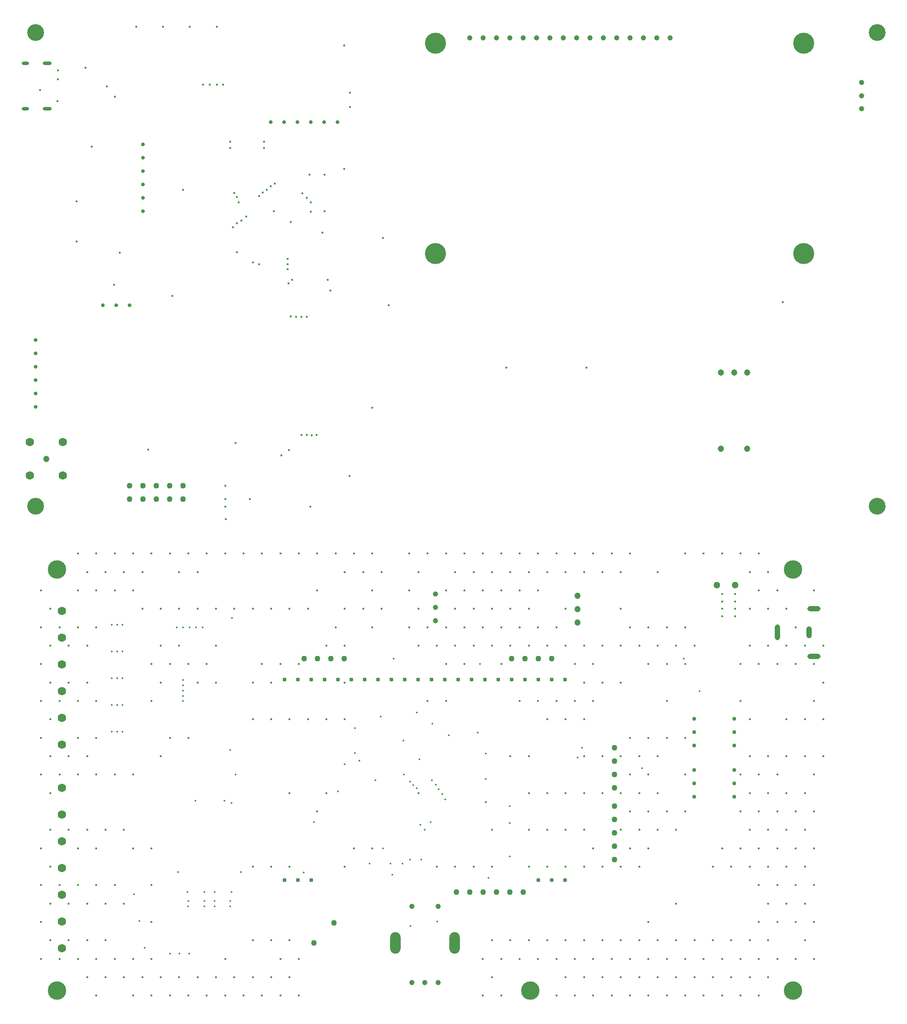
<source format=gbr>
%TF.GenerationSoftware,Altium Limited,Altium Designer,22.5.1 (42)*%
G04 Layer_Color=0*
%FSLAX43Y43*%
%MOMM*%
%TF.SameCoordinates,1CDD9A58-554C-4E31-8E55-BAED9532D10C*%
%TF.FilePolarity,Positive*%
%TF.FileFunction,Plated,1,2,PTH,Drill*%
%TF.Part,CustomerPanel*%
G01*
G75*
%TA.AperFunction,ComponentDrill*%
%ADD127C,0.700*%
%ADD128C,1.000*%
%ADD129C,4.000*%
%ADD130C,1.100*%
%ADD131C,1.200*%
%ADD132C,1.000*%
%ADD133C,0.700*%
%ADD134C,1.600*%
%ADD135O,1.700X0.600*%
%ADD136O,1.400X0.600*%
%TA.AperFunction,ViaDrill,NotFilled*%
%ADD137C,0.400*%
%ADD138C,3.200*%
%TA.AperFunction,ComponentDrill*%
%ADD139O,2.000X4.100*%
%ADD140C,0.780*%
%ADD141C,0.750*%
%ADD142O,2.500X1.000*%
%ADD143O,1.000X3.000*%
%ADD144O,1.000X2.300*%
%ADD145C,1.600*%
%TA.AperFunction,OtherDrill,Free Pad (106mm,12mm)*%
%ADD146C,3.500*%
%TA.AperFunction,OtherDrill,Free Pad (16mm,92mm)*%
%ADD147C,3.500*%
%TA.AperFunction,ComponentDrill*%
%ADD148C,1.300*%
%TA.AperFunction,OtherDrill,Free Pad (156mm,92mm)*%
%ADD149C,3.500*%
%TA.AperFunction,OtherDrill,Free Pad (16mm,12mm)*%
%ADD150C,3.500*%
%TA.AperFunction,OtherDrill,Free Pad (156mm,12mm)*%
%ADD151C,3.500*%
%TA.AperFunction,ComponentDrill*%
%ADD152C,1.100*%
%TA.AperFunction,ViaDrill,NotFilled*%
%ADD153C,0.350*%
D127*
X24780Y142180D02*
D03*
X27320D02*
D03*
X29860D02*
D03*
X69350Y177000D02*
D03*
X66810D02*
D03*
X64270D02*
D03*
X61730D02*
D03*
X59190D02*
D03*
X56650D02*
D03*
D128*
X94520Y193000D02*
D03*
X97060D02*
D03*
X99600D02*
D03*
X102140D02*
D03*
X104680D02*
D03*
X107220D02*
D03*
X109760D02*
D03*
X112300D02*
D03*
X114840D02*
D03*
X117380D02*
D03*
X119920D02*
D03*
X122460D02*
D03*
X125000D02*
D03*
X127540D02*
D03*
X130080D02*
D03*
X132620D02*
D03*
X83500Y13500D02*
D03*
X86000D02*
D03*
X88500D02*
D03*
X83500Y28000D02*
D03*
X88500D02*
D03*
D129*
X88020Y192000D02*
D03*
Y152000D02*
D03*
X158020D02*
D03*
Y192000D02*
D03*
D130*
X40020Y107890D02*
D03*
Y105350D02*
D03*
X37480Y107890D02*
D03*
Y105350D02*
D03*
X34940D02*
D03*
Y107890D02*
D03*
X32400Y105350D02*
D03*
Y107890D02*
D03*
X29860Y105350D02*
D03*
Y107890D02*
D03*
X68080Y75000D02*
D03*
X70620D02*
D03*
X65540D02*
D03*
X63000D02*
D03*
X107590D02*
D03*
X110130D02*
D03*
X105050D02*
D03*
X102510D02*
D03*
X64900Y21000D02*
D03*
X68710Y24810D02*
D03*
X92000Y30700D02*
D03*
X94540D02*
D03*
X99620D02*
D03*
X104700D02*
D03*
X102160D02*
D03*
X97080D02*
D03*
D131*
X147290Y114920D02*
D03*
X142290D02*
D03*
X147290Y129420D02*
D03*
X144790D02*
D03*
X142290D02*
D03*
X14000Y113000D02*
D03*
X115000Y81920D02*
D03*
Y84460D02*
D03*
Y87000D02*
D03*
D132*
X169000Y184500D02*
D03*
Y182000D02*
D03*
Y179500D02*
D03*
X88000Y87300D02*
D03*
Y84760D02*
D03*
Y82220D02*
D03*
D133*
X12000Y135620D02*
D03*
Y133080D02*
D03*
Y130540D02*
D03*
Y128000D02*
D03*
Y125460D02*
D03*
Y122920D02*
D03*
X32400Y160060D02*
D03*
Y162600D02*
D03*
Y165140D02*
D03*
Y167680D02*
D03*
Y170220D02*
D03*
Y172760D02*
D03*
D134*
X10850Y116150D02*
D03*
Y109850D02*
D03*
X17150D02*
D03*
Y116150D02*
D03*
D135*
X14180Y179545D02*
D03*
Y188185D02*
D03*
D136*
X10000Y179545D02*
D03*
Y188185D02*
D03*
D137*
X154000Y142750D02*
D03*
X64270Y159945D02*
D03*
X66900Y160050D02*
D03*
X19717Y154320D02*
D03*
X19781Y161940D02*
D03*
X16090Y181000D02*
D03*
X51103Y158290D02*
D03*
X71770Y182540D02*
D03*
X65420Y117527D02*
D03*
X64461Y117491D02*
D03*
X54433Y162927D02*
D03*
X68000Y145000D02*
D03*
X62500Y139999D02*
D03*
X63500Y140016D02*
D03*
X60059Y146295D02*
D03*
X60500Y158000D02*
D03*
X57250Y160060D02*
D03*
X52000Y159000D02*
D03*
X50273Y157754D02*
D03*
X49500Y157000D02*
D03*
X50600Y161778D02*
D03*
X50273Y162747D02*
D03*
X49721Y163532D02*
D03*
X55141Y163575D02*
D03*
X56650Y164763D02*
D03*
X57446Y165300D02*
D03*
X55919Y164138D02*
D03*
X27000Y181801D02*
D03*
X25479Y183767D02*
D03*
X49000Y172100D02*
D03*
X49000Y173231D02*
D03*
X55395Y172100D02*
D03*
Y173231D02*
D03*
X71770Y179889D02*
D03*
X64270Y161778D02*
D03*
X63500Y162600D02*
D03*
X62654Y163420D02*
D03*
X60170Y114670D02*
D03*
X76000Y122670D02*
D03*
X71670Y109760D02*
D03*
X64170Y103920D02*
D03*
X50273Y152285D02*
D03*
X54473Y150000D02*
D03*
X64000Y167000D02*
D03*
X78000Y155000D02*
D03*
X52720Y105350D02*
D03*
X47995Y107895D02*
D03*
X70630Y191580D02*
D03*
X58670Y113670D02*
D03*
X50000Y116019D02*
D03*
X40000Y164094D02*
D03*
X59871Y149000D02*
D03*
X66500Y156000D02*
D03*
X59871Y150000D02*
D03*
Y151000D02*
D03*
X46408Y195102D02*
D03*
X67506Y147008D02*
D03*
X60739Y147000D02*
D03*
X53250Y150331D02*
D03*
X28000Y152152D02*
D03*
X26890Y146110D02*
D03*
X38000Y144000D02*
D03*
X60506Y140061D02*
D03*
X43830Y184130D02*
D03*
X45100D02*
D03*
X12842Y183091D02*
D03*
X16205Y186818D02*
D03*
X16199Y185091D02*
D03*
X21437Y187326D02*
D03*
X22600Y172340D02*
D03*
X48030Y105350D02*
D03*
Y103920D02*
D03*
X48120Y101540D02*
D03*
X36210Y195102D02*
D03*
X61515Y139999D02*
D03*
X70630Y168088D02*
D03*
X46408Y184130D02*
D03*
X31130Y195102D02*
D03*
X41290D02*
D03*
X47640Y184130D02*
D03*
X101488Y130310D02*
D03*
X116728D02*
D03*
X62500Y117527D02*
D03*
X66900Y167000D02*
D03*
X63500Y117527D02*
D03*
X79136Y142180D02*
D03*
X33416Y114748D02*
D03*
X144974Y85920D02*
D03*
Y87340D02*
D03*
Y84501D02*
D03*
Y83081D02*
D03*
X142500D02*
D03*
Y84501D02*
D03*
Y87340D02*
D03*
Y85920D02*
D03*
X97600Y47761D02*
D03*
X149500Y95000D02*
D03*
X151250Y91500D02*
D03*
X146000Y95000D02*
D03*
X147750Y91500D02*
D03*
X142500Y95000D02*
D03*
X139000D02*
D03*
X135500D02*
D03*
Y81000D02*
D03*
X137250Y77500D02*
D03*
X135500Y74000D02*
D03*
Y60000D02*
D03*
Y53000D02*
D03*
Y46000D02*
D03*
X132000Y81000D02*
D03*
X133750Y77500D02*
D03*
X132000Y74000D02*
D03*
Y67000D02*
D03*
Y60000D02*
D03*
Y46000D02*
D03*
X133750Y42500D02*
D03*
X130250Y91500D02*
D03*
X128500Y81000D02*
D03*
X130250Y77500D02*
D03*
X128500Y74000D02*
D03*
Y60000D02*
D03*
X130250Y56500D02*
D03*
X128500Y53000D02*
D03*
X130250Y49500D02*
D03*
X128500Y46000D02*
D03*
X130250Y42500D02*
D03*
X128500Y39000D02*
D03*
X125000Y95000D02*
D03*
Y81000D02*
D03*
X126750Y77500D02*
D03*
X125000Y60000D02*
D03*
X126750Y56500D02*
D03*
X125000Y53000D02*
D03*
X126750Y49500D02*
D03*
X125000Y46000D02*
D03*
X126750Y42500D02*
D03*
X125000Y39000D02*
D03*
X126750Y35500D02*
D03*
X121500Y95000D02*
D03*
X123250Y91500D02*
D03*
Y84500D02*
D03*
Y77500D02*
D03*
Y70500D02*
D03*
Y56500D02*
D03*
Y49500D02*
D03*
Y42500D02*
D03*
Y35500D02*
D03*
X118000Y95000D02*
D03*
X119750Y91500D02*
D03*
Y77500D02*
D03*
X118000Y74000D02*
D03*
X119750Y70500D02*
D03*
X118000Y67000D02*
D03*
X119750Y56500D02*
D03*
Y49500D02*
D03*
X118000Y39000D02*
D03*
X119750Y35500D02*
D03*
X114500Y95000D02*
D03*
X116250Y91500D02*
D03*
Y77500D02*
D03*
X114500Y74000D02*
D03*
X116250Y70500D02*
D03*
X114500Y67000D02*
D03*
X116250Y63500D02*
D03*
Y56500D02*
D03*
Y49500D02*
D03*
Y42500D02*
D03*
Y35500D02*
D03*
X111000Y95000D02*
D03*
X112750Y91500D02*
D03*
Y84500D02*
D03*
X111000Y81000D02*
D03*
X112750Y77500D02*
D03*
X111000Y67000D02*
D03*
X112750Y63500D02*
D03*
Y49500D02*
D03*
Y42500D02*
D03*
Y35500D02*
D03*
X107500Y95000D02*
D03*
X109250Y91500D02*
D03*
X107500Y88000D02*
D03*
Y81000D02*
D03*
X109250Y77500D02*
D03*
X107500Y67000D02*
D03*
X109250Y63500D02*
D03*
Y49500D02*
D03*
Y42500D02*
D03*
Y35500D02*
D03*
X104000Y95000D02*
D03*
X105750Y91500D02*
D03*
X104000Y88000D02*
D03*
X105750Y84500D02*
D03*
X104000Y81000D02*
D03*
X105750Y77500D02*
D03*
X104000Y67000D02*
D03*
X105750Y56500D02*
D03*
Y49500D02*
D03*
Y42500D02*
D03*
Y35500D02*
D03*
X100500Y95000D02*
D03*
X102250Y91500D02*
D03*
X100500Y88000D02*
D03*
X102250Y84500D02*
D03*
X100500Y81000D02*
D03*
X102250Y77500D02*
D03*
X100500Y74000D02*
D03*
X102250Y56500D02*
D03*
X97000Y95000D02*
D03*
X98750Y91500D02*
D03*
X97000Y88000D02*
D03*
X98750Y84500D02*
D03*
X97000Y81000D02*
D03*
X98750Y77500D02*
D03*
Y42500D02*
D03*
Y35500D02*
D03*
X93500Y95000D02*
D03*
X95250Y91500D02*
D03*
X93500Y88000D02*
D03*
X95250Y84500D02*
D03*
X93500Y81000D02*
D03*
X95250Y77500D02*
D03*
X93500Y74000D02*
D03*
X95250Y35500D02*
D03*
X90000Y95000D02*
D03*
X91750Y91500D02*
D03*
X90000Y88000D02*
D03*
X91750Y84500D02*
D03*
X90000Y81000D02*
D03*
X91750Y77500D02*
D03*
X90000Y74000D02*
D03*
Y67000D02*
D03*
X91750Y35500D02*
D03*
X86500Y95000D02*
D03*
Y81000D02*
D03*
X88250Y77500D02*
D03*
X86500Y67000D02*
D03*
X88250Y35500D02*
D03*
X83000Y95000D02*
D03*
X84750Y91500D02*
D03*
X83000Y88000D02*
D03*
X84750Y84500D02*
D03*
X83000Y81000D02*
D03*
X84750Y77500D02*
D03*
Y49500D02*
D03*
X76000Y95000D02*
D03*
X77750Y91500D02*
D03*
X76000Y88000D02*
D03*
X77750Y84500D02*
D03*
X76000Y81000D02*
D03*
Y39000D02*
D03*
X72500Y95000D02*
D03*
X74250Y91500D02*
D03*
Y84500D02*
D03*
X72500Y39000D02*
D03*
X69000Y95000D02*
D03*
X70750Y91500D02*
D03*
Y84500D02*
D03*
X69000Y81000D02*
D03*
X70750Y77500D02*
D03*
Y70500D02*
D03*
Y63500D02*
D03*
Y35500D02*
D03*
X65500Y95000D02*
D03*
Y88000D02*
D03*
X67250Y77500D02*
D03*
Y63500D02*
D03*
Y49500D02*
D03*
X65500Y46000D02*
D03*
X62000Y95000D02*
D03*
X63750Y84500D02*
D03*
X62000Y74000D02*
D03*
X63750Y63500D02*
D03*
X58500Y95000D02*
D03*
X60250Y84500D02*
D03*
X58500Y74000D02*
D03*
X60250Y63500D02*
D03*
Y49500D02*
D03*
X55000Y95000D02*
D03*
X56750Y84500D02*
D03*
X55000Y74000D02*
D03*
X56750Y70500D02*
D03*
Y63500D02*
D03*
X51500Y95000D02*
D03*
X53250Y84500D02*
D03*
Y70500D02*
D03*
Y63500D02*
D03*
X48000Y95000D02*
D03*
X49750Y84500D02*
D03*
X44500Y95000D02*
D03*
X46250Y84500D02*
D03*
Y77500D02*
D03*
X44500Y74000D02*
D03*
X46250Y70500D02*
D03*
X41000Y95000D02*
D03*
X42750Y91500D02*
D03*
Y84500D02*
D03*
X41000Y74000D02*
D03*
X42750Y70500D02*
D03*
X41000Y60000D02*
D03*
X37500Y95000D02*
D03*
X39250Y91500D02*
D03*
Y84500D02*
D03*
Y77500D02*
D03*
X37500Y74000D02*
D03*
Y60000D02*
D03*
X34000Y95000D02*
D03*
X35750Y84500D02*
D03*
Y77500D02*
D03*
X34000Y74000D02*
D03*
X35750Y70500D02*
D03*
X34000Y67000D02*
D03*
X35750Y56500D02*
D03*
X30500Y95000D02*
D03*
X32250Y91500D02*
D03*
X30500Y88000D02*
D03*
X32250Y84500D02*
D03*
X30500Y53000D02*
D03*
X27000Y95000D02*
D03*
X28750Y91500D02*
D03*
X27000Y88000D02*
D03*
Y53000D02*
D03*
X23500Y95000D02*
D03*
X25250Y91500D02*
D03*
X23500Y88000D02*
D03*
Y81000D02*
D03*
Y67000D02*
D03*
Y60000D02*
D03*
Y53000D02*
D03*
X20000Y95000D02*
D03*
X21750Y91500D02*
D03*
X20000Y88000D02*
D03*
Y81000D02*
D03*
X21750Y77500D02*
D03*
Y70500D02*
D03*
X20000Y67000D02*
D03*
Y60000D02*
D03*
X21750Y56500D02*
D03*
X20000Y53000D02*
D03*
X16500Y81000D02*
D03*
X18250Y77500D02*
D03*
Y70500D02*
D03*
X16500Y67000D02*
D03*
X18250Y56500D02*
D03*
X16500Y53000D02*
D03*
X13000Y88000D02*
D03*
X14750Y84500D02*
D03*
X13000Y81000D02*
D03*
X14750Y77500D02*
D03*
X13000Y74000D02*
D03*
X14750Y70500D02*
D03*
X13000Y67000D02*
D03*
X14750Y63500D02*
D03*
X13000Y60000D02*
D03*
X14750Y56500D02*
D03*
X13000Y53000D02*
D03*
X14750Y49500D02*
D03*
X46250Y14500D02*
D03*
X147750Y77500D02*
D03*
X48000Y18000D02*
D03*
X37500Y11000D02*
D03*
X151250Y42500D02*
D03*
X21750Y28500D02*
D03*
X133750Y21500D02*
D03*
X25250Y14500D02*
D03*
X58500Y18000D02*
D03*
X34000D02*
D03*
X39250Y14500D02*
D03*
X56750Y21500D02*
D03*
Y35500D02*
D03*
X146000Y11000D02*
D03*
X151250Y21500D02*
D03*
X100500Y11000D02*
D03*
X51500D02*
D03*
X30500Y39000D02*
D03*
X105750Y21500D02*
D03*
X154750Y28500D02*
D03*
X25250D02*
D03*
X23500Y32000D02*
D03*
X126750Y14500D02*
D03*
X149500Y11000D02*
D03*
X147750Y56500D02*
D03*
X18250Y42500D02*
D03*
X154750D02*
D03*
X160000Y67000D02*
D03*
X100500Y18000D02*
D03*
X160000Y88000D02*
D03*
X149500Y25000D02*
D03*
X151250Y84500D02*
D03*
X14750Y28500D02*
D03*
X133750D02*
D03*
X140750Y35500D02*
D03*
X62000Y11000D02*
D03*
X21750Y42500D02*
D03*
X156500Y25000D02*
D03*
X20000Y32000D02*
D03*
X149500Y88000D02*
D03*
X151250Y56500D02*
D03*
X62000Y18000D02*
D03*
X126750Y21500D02*
D03*
X23500Y39000D02*
D03*
Y18000D02*
D03*
X161750Y70500D02*
D03*
X25250Y42500D02*
D03*
X149500Y53000D02*
D03*
X153000Y18000D02*
D03*
X114500Y11000D02*
D03*
X130250Y14500D02*
D03*
X20000Y39000D02*
D03*
X147750Y35500D02*
D03*
X149500Y39000D02*
D03*
X160000Y53000D02*
D03*
X28750Y28500D02*
D03*
X158250Y56500D02*
D03*
X161750Y63500D02*
D03*
X151250Y14500D02*
D03*
X53250D02*
D03*
X97000Y11000D02*
D03*
X14750Y21500D02*
D03*
X156500Y46000D02*
D03*
X21750Y21500D02*
D03*
X123250D02*
D03*
X114500Y18000D02*
D03*
X30500D02*
D03*
X149500Y32000D02*
D03*
X139000Y18000D02*
D03*
X18250Y21500D02*
D03*
X130250D02*
D03*
X125000Y18000D02*
D03*
X137250Y14500D02*
D03*
X32250D02*
D03*
X146000Y67000D02*
D03*
X112750Y21500D02*
D03*
X146000Y53000D02*
D03*
X21750Y14500D02*
D03*
X161750Y56500D02*
D03*
X98750Y14500D02*
D03*
X97000Y18000D02*
D03*
X149500Y46000D02*
D03*
X161750Y77500D02*
D03*
X160000Y18000D02*
D03*
X60250Y14500D02*
D03*
X149500Y18000D02*
D03*
X151250Y35500D02*
D03*
X34000Y39000D02*
D03*
X119750Y14500D02*
D03*
X56750D02*
D03*
X44500Y11000D02*
D03*
X112750Y14500D02*
D03*
X18250Y28500D02*
D03*
X53250Y21500D02*
D03*
X151250Y28500D02*
D03*
X128500Y11000D02*
D03*
X146000Y46000D02*
D03*
X35750Y14500D02*
D03*
X147750Y63500D02*
D03*
X156500Y18000D02*
D03*
X133750Y14500D02*
D03*
X121500Y11000D02*
D03*
X16500Y32000D02*
D03*
X146000Y39000D02*
D03*
X20000Y18000D02*
D03*
X53250Y35500D02*
D03*
X27000Y18000D02*
D03*
X158250Y77500D02*
D03*
X154750Y49500D02*
D03*
X13000Y25000D02*
D03*
X135500Y11000D02*
D03*
X28750Y14500D02*
D03*
X153000Y39000D02*
D03*
Y53000D02*
D03*
X158250Y42500D02*
D03*
Y28500D02*
D03*
X160000Y46000D02*
D03*
X156500Y32000D02*
D03*
X14750Y35500D02*
D03*
X154750Y84500D02*
D03*
X34000Y25000D02*
D03*
X116250Y21500D02*
D03*
X147750Y49500D02*
D03*
X146000Y74000D02*
D03*
X160000Y25000D02*
D03*
X153000Y88000D02*
D03*
X118000Y18000D02*
D03*
X104000D02*
D03*
X111000D02*
D03*
X135500D02*
D03*
X121500D02*
D03*
X146000D02*
D03*
X144250Y14500D02*
D03*
X132000Y18000D02*
D03*
X153000Y46000D02*
D03*
X142500Y39000D02*
D03*
X158250Y63500D02*
D03*
X153000Y25000D02*
D03*
X154750Y77500D02*
D03*
X48000Y11000D02*
D03*
X34000D02*
D03*
X144250Y21500D02*
D03*
X119750D02*
D03*
X128500Y18000D02*
D03*
X23500Y11000D02*
D03*
X116250Y14500D02*
D03*
X156500Y74000D02*
D03*
X14750Y42500D02*
D03*
X30500Y11000D02*
D03*
X49750Y14500D02*
D03*
X25250Y21500D02*
D03*
X160000Y32000D02*
D03*
X153000D02*
D03*
X142500Y18000D02*
D03*
X102250Y21500D02*
D03*
X151250Y77500D02*
D03*
X144250Y35500D02*
D03*
X55000Y11000D02*
D03*
X98750Y21500D02*
D03*
X160000Y39000D02*
D03*
X42750Y14500D02*
D03*
X142500Y11000D02*
D03*
X158250Y35500D02*
D03*
X118000Y11000D02*
D03*
X158250Y21500D02*
D03*
X156500Y81000D02*
D03*
X58500Y11000D02*
D03*
X41000D02*
D03*
X147750Y84500D02*
D03*
X123250Y14500D02*
D03*
X151250Y49500D02*
D03*
X111000Y11000D02*
D03*
X13000Y32000D02*
D03*
X137250Y21500D02*
D03*
X154750Y56500D02*
D03*
X158250Y49500D02*
D03*
X27000Y32000D02*
D03*
X147750Y14500D02*
D03*
X60250Y35500D02*
D03*
X107500Y18000D02*
D03*
X34000Y32000D02*
D03*
X13000Y39000D02*
D03*
X140750Y14500D02*
D03*
X139000Y11000D02*
D03*
X16500Y18000D02*
D03*
X147750Y21500D02*
D03*
X109250D02*
D03*
X128500Y25000D02*
D03*
X13000Y18000D02*
D03*
X154750Y35500D02*
D03*
X153000Y74000D02*
D03*
X140750Y21500D02*
D03*
X154750Y63500D02*
D03*
X132000Y11000D02*
D03*
X147750Y42500D02*
D03*
X156500Y39000D02*
D03*
X28750Y42500D02*
D03*
X125000Y11000D02*
D03*
X149500Y74000D02*
D03*
X160000D02*
D03*
X60250Y21500D02*
D03*
D138*
X172000Y104000D02*
D03*
X12000D02*
D03*
Y194000D02*
D03*
X172000D02*
D03*
D139*
X80400Y21000D02*
D03*
X91600D02*
D03*
D140*
X59330Y32950D02*
D03*
X64410D02*
D03*
X61870D02*
D03*
X72030Y71050D02*
D03*
X82190D02*
D03*
X79650D02*
D03*
X77110D02*
D03*
X74570D02*
D03*
X69490D02*
D03*
X66950D02*
D03*
X64410D02*
D03*
X61870D02*
D03*
X59330D02*
D03*
X112670Y32950D02*
D03*
X110130D02*
D03*
X107590D02*
D03*
X84730Y71050D02*
D03*
X112670D02*
D03*
X99970D02*
D03*
X94890D02*
D03*
X92350D02*
D03*
X89810D02*
D03*
X87270D02*
D03*
X102510D02*
D03*
X105050D02*
D03*
X107590D02*
D03*
X97430D02*
D03*
X110130D02*
D03*
D141*
X137190Y63640D02*
D03*
Y61100D02*
D03*
Y58560D02*
D03*
X144810D02*
D03*
Y61100D02*
D03*
Y63640D02*
D03*
X137190Y53840D02*
D03*
Y51300D02*
D03*
Y48760D02*
D03*
X144810D02*
D03*
Y51300D02*
D03*
Y53840D02*
D03*
D142*
X160000Y75500D02*
D03*
Y84500D02*
D03*
D143*
X153000Y80000D02*
D03*
D144*
X159000D02*
D03*
D145*
X17000Y20000D02*
D03*
Y25080D02*
D03*
Y35240D02*
D03*
Y45400D02*
D03*
Y50480D02*
D03*
Y40320D02*
D03*
Y30160D02*
D03*
X17000Y58700D02*
D03*
Y63780D02*
D03*
Y73940D02*
D03*
Y84100D02*
D03*
Y79020D02*
D03*
Y68860D02*
D03*
D146*
X106000Y12000D02*
D03*
D147*
X16000Y92000D02*
D03*
D148*
X141500Y89000D02*
D03*
X145000D02*
D03*
D149*
X156000Y92000D02*
D03*
D150*
X16000Y12000D02*
D03*
D151*
X156000D02*
D03*
D152*
X122000Y41920D02*
D03*
Y36840D02*
D03*
Y39380D02*
D03*
Y44460D02*
D03*
Y47000D02*
D03*
Y58120D02*
D03*
Y55580D02*
D03*
Y50500D02*
D03*
Y53040D02*
D03*
D153*
X49000Y28000D02*
D03*
X46000D02*
D03*
X44050D02*
D03*
X40952D02*
D03*
X84916Y55911D02*
D03*
X69490Y49800D02*
D03*
X70748Y55000D02*
D03*
X102160Y47000D02*
D03*
Y43824D02*
D03*
Y37450D02*
D03*
X79800Y34000D02*
D03*
X79485Y36100D02*
D03*
X78000Y39000D02*
D03*
X81700Y36100D02*
D03*
X75500D02*
D03*
X87034Y44000D02*
D03*
X72700Y61800D02*
D03*
X77600Y64000D02*
D03*
X84469Y64800D02*
D03*
X97600Y52213D02*
D03*
X89839Y48322D02*
D03*
X83153Y51654D02*
D03*
X81953Y53010D02*
D03*
X83245Y24282D02*
D03*
X38795Y80967D02*
D03*
X40021D02*
D03*
X41248D02*
D03*
X42474D02*
D03*
X43700D02*
D03*
X26419Y81500D02*
D03*
X27444D02*
D03*
X28469D02*
D03*
X26419Y76420D02*
D03*
X27444D02*
D03*
X28469D02*
D03*
X26419Y71340D02*
D03*
X27444D02*
D03*
X28469D02*
D03*
X26419Y66260D02*
D03*
X27444D02*
D03*
X28469D02*
D03*
Y61180D02*
D03*
X27444D02*
D03*
X26419D02*
D03*
X138190Y68895D02*
D03*
X88373Y25127D02*
D03*
X98100Y33388D02*
D03*
X62895Y34386D02*
D03*
X80000Y75000D02*
D03*
X83153Y36840D02*
D03*
X85260D02*
D03*
X37498Y19000D02*
D03*
X39349D02*
D03*
X41200D02*
D03*
X49000Y57682D02*
D03*
X76607Y51913D02*
D03*
X84469Y50426D02*
D03*
X83783Y51010D02*
D03*
X72700Y57100D02*
D03*
X73500Y55694D02*
D03*
X135250Y75000D02*
D03*
X87381Y62668D02*
D03*
X87299Y51962D02*
D03*
X88043Y51078D02*
D03*
X96470Y73984D02*
D03*
X40800Y30700D02*
D03*
X44050D02*
D03*
X46000D02*
D03*
X49250D02*
D03*
X89263Y49335D02*
D03*
X88626Y50201D02*
D03*
X39098Y34491D02*
D03*
X31700Y25200D02*
D03*
X32700Y20120D02*
D03*
X51000Y34491D02*
D03*
X49000Y29000D02*
D03*
X46000D02*
D03*
X44050D02*
D03*
X41000D02*
D03*
X115000Y56246D02*
D03*
X42400Y48000D02*
D03*
X39960Y66961D02*
D03*
Y67959D02*
D03*
Y68946D02*
D03*
Y69948D02*
D03*
Y70949D02*
D03*
X96000Y61000D02*
D03*
X97600Y57000D02*
D03*
X49300Y82749D02*
D03*
X90500Y60500D02*
D03*
X127275Y54200D02*
D03*
X115816Y58120D02*
D03*
X64900Y44000D02*
D03*
X81900Y59500D02*
D03*
X86000Y42500D02*
D03*
X85100Y43500D02*
D03*
X47902Y48000D02*
D03*
X50000Y53000D02*
D03*
X49250Y47600D02*
D03*
X30700Y30280D02*
D03*
%TF.MD5,099a6452b70498eb72736a7c0cc8ec18*%
M02*

</source>
